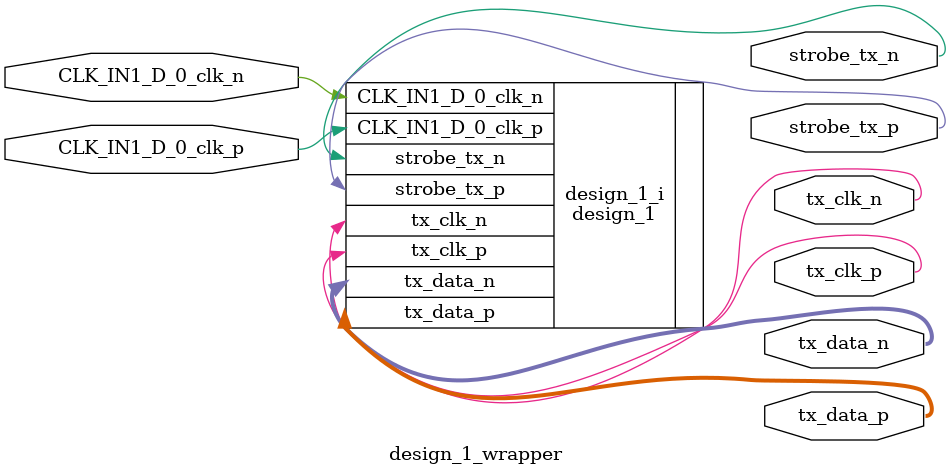
<source format=v>
`timescale 1 ps / 1 ps

module design_1_wrapper
   (CLK_IN1_D_0_clk_n,
    CLK_IN1_D_0_clk_p,
    strobe_tx_n,
    strobe_tx_p,
    tx_clk_n,
    tx_clk_p,
    tx_data_n,
    tx_data_p);
  input CLK_IN1_D_0_clk_n;
  input CLK_IN1_D_0_clk_p;
  output strobe_tx_n;
  output strobe_tx_p;
  output [0:0]tx_clk_n;
  output [0:0]tx_clk_p;
  output [11:0]tx_data_n;
  output [11:0]tx_data_p;

  wire CLK_IN1_D_0_clk_n;
  wire CLK_IN1_D_0_clk_p;
  wire strobe_tx_n;
  wire strobe_tx_p;
  wire [0:0]tx_clk_n;
  wire [0:0]tx_clk_p;
  wire [11:0]tx_data_n;
  wire [11:0]tx_data_p;

  design_1 design_1_i
       (.CLK_IN1_D_0_clk_n(CLK_IN1_D_0_clk_n),
        .CLK_IN1_D_0_clk_p(CLK_IN1_D_0_clk_p),
        .strobe_tx_n(strobe_tx_n),
        .strobe_tx_p(strobe_tx_p),
        .tx_clk_n(tx_clk_n),
        .tx_clk_p(tx_clk_p),
        .tx_data_n(tx_data_n),
        .tx_data_p(tx_data_p));
endmodule

</source>
